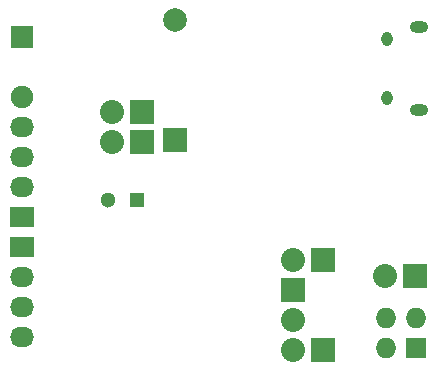
<source format=gbr>
G04 #@! TF.FileFunction,Soldermask,Bot*
%FSLAX46Y46*%
G04 Gerber Fmt 4.6, Leading zero omitted, Abs format (unit mm)*
G04 Created by KiCad (PCBNEW 4.0.1-stable) date 25/03/2016 9:42:23 AM*
%MOMM*%
G01*
G04 APERTURE LIST*
%ADD10C,0.100000*%
%ADD11C,1.300000*%
%ADD12R,1.300000X1.300000*%
%ADD13C,1.998980*%
%ADD14R,1.998980X1.998980*%
%ADD15R,1.905000X1.905000*%
%ADD16C,1.905000*%
%ADD17R,2.032000X2.032000*%
%ADD18O,2.032000X2.032000*%
%ADD19O,0.950000X1.250000*%
%ADD20O,1.550000X1.000000*%
%ADD21R,2.032000X1.727200*%
%ADD22O,2.032000X1.727200*%
%ADD23R,1.727200X1.727200*%
%ADD24O,1.727200X1.727200*%
G04 APERTURE END LIST*
D10*
D11*
X87670000Y-111760000D03*
D12*
X90170000Y-111760000D03*
D13*
X93342460Y-96520000D03*
D14*
X93342460Y-106680000D03*
D15*
X80444800Y-97917000D03*
D16*
X80444800Y-102997000D03*
D17*
X105918000Y-124460000D03*
D18*
X103378000Y-124460000D03*
D19*
X111340460Y-103110300D03*
X111340460Y-98110300D03*
D20*
X114040460Y-104110300D03*
X114040460Y-97110300D03*
D21*
X80444800Y-113157000D03*
D22*
X80444800Y-110617000D03*
X80444800Y-108077000D03*
X80444800Y-105537000D03*
D23*
X113795000Y-124307600D03*
D24*
X111255000Y-124307600D03*
X113795000Y-121767600D03*
X111255000Y-121767600D03*
D17*
X105918000Y-116840000D03*
D18*
X103378000Y-116840000D03*
D21*
X80444800Y-115697000D03*
D22*
X80444800Y-118237000D03*
X80444800Y-120777000D03*
X80444800Y-123317000D03*
D17*
X113706100Y-118224300D03*
D18*
X111166100Y-118224300D03*
D17*
X103378000Y-119380000D03*
D18*
X103378000Y-121920000D03*
D17*
X90604800Y-106807000D03*
D18*
X88064800Y-106807000D03*
D17*
X90604800Y-104267000D03*
D18*
X88064800Y-104267000D03*
M02*

</source>
